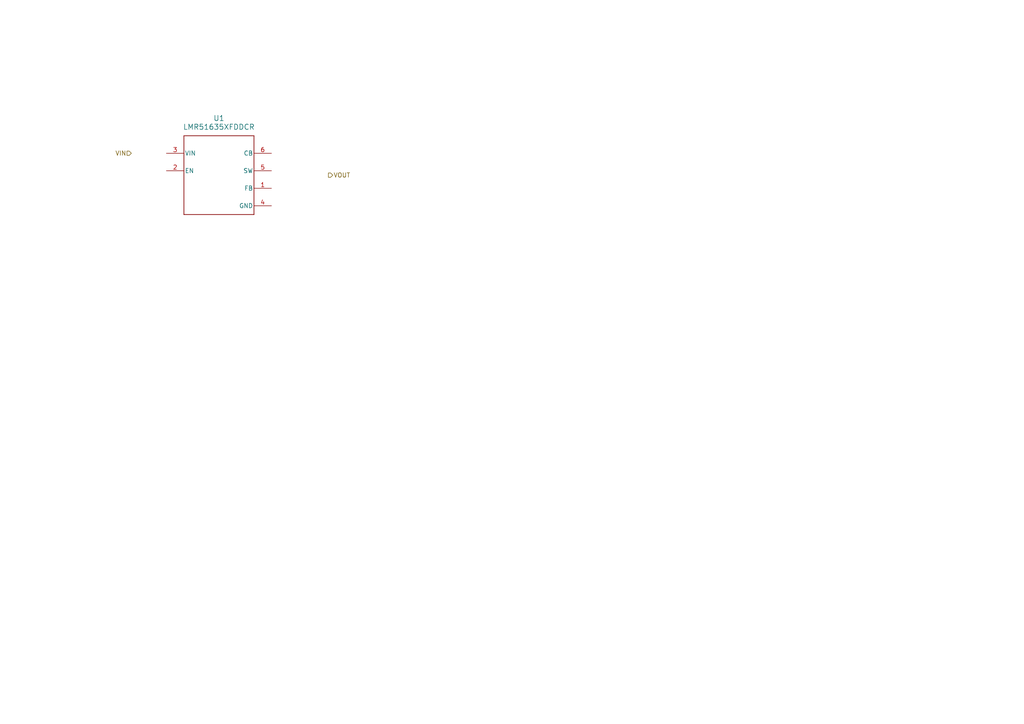
<source format=kicad_sch>
(kicad_sch (version 20250114) (generator "eeschema") (generator_version "9.0")
  (paper "A4")
  (lib_symbols
    (symbol "LMR51635XFDDCR:LMR51635XFDDCR" (pin_names (offset 0.254))
      (property "Reference" "U" (at 0 2.54 0))
      (property "Value" "LMR51635XFDDCR" (at 0 0 0))
      (symbol "LMR51635XFDDCR_0_1"
        (polyline (pts (xy 5.08 5.08) (xy 5.08 -17.78)) (stroke (width 0.2032)))
        (polyline (pts (xy 5.08 -17.78) (xy 25.4 -17.78)) (stroke (width 0.2032)))
        (polyline (pts (xy 25.4 5.08) (xy 5.08 5.08)) (stroke (width 0.2032)))
        (polyline (pts (xy 25.4 -17.78) (xy 25.4 5.08)) (stroke (width 0.2032)))
        (pin power_in line (at 0 0 0) (length 5.08) (name "VIN") (number "3"))
        (pin input line (at 0 -5.08 0) (length 5.08) (name "EN") (number "2"))
        (pin power_in line (at 30.48 0 180) (length 5.08) (name "CB") (number "6"))
        (pin power_in line (at 30.48 -5.08 180) (length 5.08) (name "SW") (number "5"))
        (pin unspecified line (at 30.48 -10.16 180) (length 5.08) (name "FB") (number "1"))
        (pin power_in line (at 30.48 -15.24 180) (length 5.08) (name "GND") (number "4"))
      )
    )
  )
  (hierarchical_label "VOUT" (shape output) (at 95.25 50.8 0))
  (hierarchical_label "VIN" (shape input) (at 38.1 44.45 180))
  (symbol (lib_id "LMR51635XFDDCR:LMR51635XFDDCR") (at 48.26 44.45 0) (unit 1)
    (property "Reference" "U1" (at 63.5 34.29 0) (effects (font (size 1.524 1.524))))
    (property "Value" "LMR51635XFDDCR" (at 63.5 36.83 0) (effects (font (size 1.524 1.524))))
    (property "Footprint" "DDC0006A-MFG" (effects (hide yes)))
    (property "Datasheet" "https://www.ti.com/lit/gpn/lmr51635" (effects (hide yes)))
  )
)
</source>
